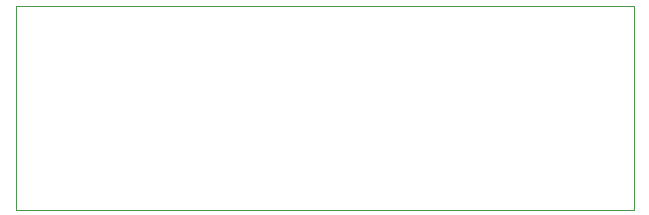
<source format=gbr>
G04 #@! TF.GenerationSoftware,KiCad,Pcbnew,5.1.1-8be2ce7~80~ubuntu18.10.1*
G04 #@! TF.CreationDate,2019-05-27T02:03:18+08:00*
G04 #@! TF.ProjectId,jtagboard,6a746167-626f-4617-9264-2e6b69636164,rev?*
G04 #@! TF.SameCoordinates,Original*
G04 #@! TF.FileFunction,Profile,NP*
%FSLAX46Y46*%
G04 Gerber Fmt 4.6, Leading zero omitted, Abs format (unit mm)*
G04 Created by KiCad (PCBNEW 5.1.1-8be2ce7~80~ubuntu18.10.1) date 2019-05-27 02:03:18*
%MOMM*%
%LPD*%
G04 APERTURE LIST*
%ADD10C,0.050000*%
G04 APERTURE END LIST*
D10*
X129540000Y-118872000D02*
X127000000Y-118872000D01*
X129540000Y-101600000D02*
X129540000Y-118872000D01*
X127000000Y-101600000D02*
X129540000Y-101600000D01*
X127000000Y-101600000D02*
X77216000Y-101600000D01*
X77216000Y-118872000D02*
X127000000Y-118872000D01*
X77216000Y-101600000D02*
X77216000Y-118872000D01*
M02*

</source>
